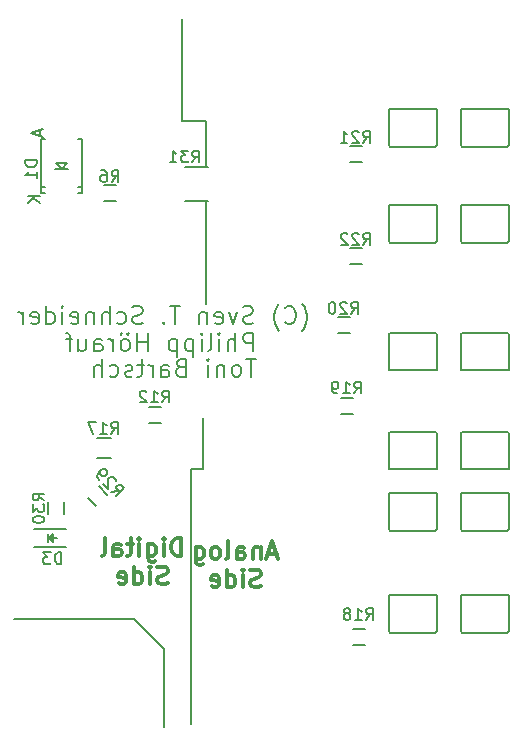
<source format=gbo>
G04 #@! TF.FileFunction,Legend,Bot*
%FSLAX46Y46*%
G04 Gerber Fmt 4.6, Leading zero omitted, Abs format (unit mm)*
G04 Created by KiCad (PCBNEW 0.201511171411+6319~30~ubuntu15.10.1-product) date Fr 04 Dez 2015 11:44:42 CET*
%MOMM*%
G01*
G04 APERTURE LIST*
%ADD10C,0.100000*%
%ADD11C,0.200000*%
%ADD12C,0.300000*%
%ADD13C,0.150000*%
G04 APERTURE END LIST*
D10*
D11*
X207243286Y-79315571D02*
X206386143Y-79315571D01*
X206814714Y-80815571D02*
X206814714Y-79315571D01*
X205671857Y-80815571D02*
X205814715Y-80744143D01*
X205886143Y-80672714D01*
X205957572Y-80529857D01*
X205957572Y-80101286D01*
X205886143Y-79958429D01*
X205814715Y-79887000D01*
X205671857Y-79815571D01*
X205457572Y-79815571D01*
X205314715Y-79887000D01*
X205243286Y-79958429D01*
X205171857Y-80101286D01*
X205171857Y-80529857D01*
X205243286Y-80672714D01*
X205314715Y-80744143D01*
X205457572Y-80815571D01*
X205671857Y-80815571D01*
X204529000Y-79815571D02*
X204529000Y-80815571D01*
X204529000Y-79958429D02*
X204457572Y-79887000D01*
X204314714Y-79815571D01*
X204100429Y-79815571D01*
X203957572Y-79887000D01*
X203886143Y-80029857D01*
X203886143Y-80815571D01*
X203171857Y-80815571D02*
X203171857Y-79815571D01*
X203171857Y-79315571D02*
X203243286Y-79387000D01*
X203171857Y-79458429D01*
X203100429Y-79387000D01*
X203171857Y-79315571D01*
X203171857Y-79458429D01*
X200814714Y-80029857D02*
X200600428Y-80101286D01*
X200529000Y-80172714D01*
X200457571Y-80315571D01*
X200457571Y-80529857D01*
X200529000Y-80672714D01*
X200600428Y-80744143D01*
X200743286Y-80815571D01*
X201314714Y-80815571D01*
X201314714Y-79315571D01*
X200814714Y-79315571D01*
X200671857Y-79387000D01*
X200600428Y-79458429D01*
X200529000Y-79601286D01*
X200529000Y-79744143D01*
X200600428Y-79887000D01*
X200671857Y-79958429D01*
X200814714Y-80029857D01*
X201314714Y-80029857D01*
X199171857Y-80815571D02*
X199171857Y-80029857D01*
X199243286Y-79887000D01*
X199386143Y-79815571D01*
X199671857Y-79815571D01*
X199814714Y-79887000D01*
X199171857Y-80744143D02*
X199314714Y-80815571D01*
X199671857Y-80815571D01*
X199814714Y-80744143D01*
X199886143Y-80601286D01*
X199886143Y-80458429D01*
X199814714Y-80315571D01*
X199671857Y-80244143D01*
X199314714Y-80244143D01*
X199171857Y-80172714D01*
X198457571Y-80815571D02*
X198457571Y-79815571D01*
X198457571Y-80101286D02*
X198386143Y-79958429D01*
X198314714Y-79887000D01*
X198171857Y-79815571D01*
X198029000Y-79815571D01*
X197743286Y-79815571D02*
X197171857Y-79815571D01*
X197529000Y-79315571D02*
X197529000Y-80601286D01*
X197457572Y-80744143D01*
X197314714Y-80815571D01*
X197171857Y-80815571D01*
X196743286Y-80744143D02*
X196600429Y-80815571D01*
X196314714Y-80815571D01*
X196171857Y-80744143D01*
X196100429Y-80601286D01*
X196100429Y-80529857D01*
X196171857Y-80387000D01*
X196314714Y-80315571D01*
X196529000Y-80315571D01*
X196671857Y-80244143D01*
X196743286Y-80101286D01*
X196743286Y-80029857D01*
X196671857Y-79887000D01*
X196529000Y-79815571D01*
X196314714Y-79815571D01*
X196171857Y-79887000D01*
X194814714Y-80744143D02*
X194957571Y-80815571D01*
X195243285Y-80815571D01*
X195386143Y-80744143D01*
X195457571Y-80672714D01*
X195529000Y-80529857D01*
X195529000Y-80101286D01*
X195457571Y-79958429D01*
X195386143Y-79887000D01*
X195243285Y-79815571D01*
X194957571Y-79815571D01*
X194814714Y-79887000D01*
X194171857Y-80815571D02*
X194171857Y-79315571D01*
X193529000Y-80815571D02*
X193529000Y-80029857D01*
X193600429Y-79887000D01*
X193743286Y-79815571D01*
X193957571Y-79815571D01*
X194100429Y-79887000D01*
X194171857Y-79958429D01*
X206957429Y-78656571D02*
X206957429Y-77156571D01*
X206386001Y-77156571D01*
X206243143Y-77228000D01*
X206171715Y-77299429D01*
X206100286Y-77442286D01*
X206100286Y-77656571D01*
X206171715Y-77799429D01*
X206243143Y-77870857D01*
X206386001Y-77942286D01*
X206957429Y-77942286D01*
X205457429Y-78656571D02*
X205457429Y-77156571D01*
X204814572Y-78656571D02*
X204814572Y-77870857D01*
X204886001Y-77728000D01*
X205028858Y-77656571D01*
X205243143Y-77656571D01*
X205386001Y-77728000D01*
X205457429Y-77799429D01*
X204100286Y-78656571D02*
X204100286Y-77656571D01*
X204100286Y-77156571D02*
X204171715Y-77228000D01*
X204100286Y-77299429D01*
X204028858Y-77228000D01*
X204100286Y-77156571D01*
X204100286Y-77299429D01*
X203171714Y-78656571D02*
X203314572Y-78585143D01*
X203386000Y-78442286D01*
X203386000Y-77156571D01*
X202600286Y-78656571D02*
X202600286Y-77656571D01*
X202600286Y-77156571D02*
X202671715Y-77228000D01*
X202600286Y-77299429D01*
X202528858Y-77228000D01*
X202600286Y-77156571D01*
X202600286Y-77299429D01*
X201886000Y-77656571D02*
X201886000Y-79156571D01*
X201886000Y-77728000D02*
X201743143Y-77656571D01*
X201457429Y-77656571D01*
X201314572Y-77728000D01*
X201243143Y-77799429D01*
X201171714Y-77942286D01*
X201171714Y-78370857D01*
X201243143Y-78513714D01*
X201314572Y-78585143D01*
X201457429Y-78656571D01*
X201743143Y-78656571D01*
X201886000Y-78585143D01*
X200528857Y-77656571D02*
X200528857Y-79156571D01*
X200528857Y-77728000D02*
X200386000Y-77656571D01*
X200100286Y-77656571D01*
X199957429Y-77728000D01*
X199886000Y-77799429D01*
X199814571Y-77942286D01*
X199814571Y-78370857D01*
X199886000Y-78513714D01*
X199957429Y-78585143D01*
X200100286Y-78656571D01*
X200386000Y-78656571D01*
X200528857Y-78585143D01*
X198028857Y-78656571D02*
X198028857Y-77156571D01*
X198028857Y-77870857D02*
X197171714Y-77870857D01*
X197171714Y-78656571D02*
X197171714Y-77156571D01*
X196243142Y-78656571D02*
X196386000Y-78585143D01*
X196457428Y-78513714D01*
X196528857Y-78370857D01*
X196528857Y-77942286D01*
X196457428Y-77799429D01*
X196386000Y-77728000D01*
X196243142Y-77656571D01*
X196028857Y-77656571D01*
X195886000Y-77728000D01*
X195814571Y-77799429D01*
X195743142Y-77942286D01*
X195743142Y-78370857D01*
X195814571Y-78513714D01*
X195886000Y-78585143D01*
X196028857Y-78656571D01*
X196243142Y-78656571D01*
X196386000Y-77156571D02*
X196314571Y-77228000D01*
X196386000Y-77299429D01*
X196457428Y-77228000D01*
X196386000Y-77156571D01*
X196386000Y-77299429D01*
X195814571Y-77156571D02*
X195743142Y-77228000D01*
X195814571Y-77299429D01*
X195886000Y-77228000D01*
X195814571Y-77156571D01*
X195814571Y-77299429D01*
X195100285Y-78656571D02*
X195100285Y-77656571D01*
X195100285Y-77942286D02*
X195028857Y-77799429D01*
X194957428Y-77728000D01*
X194814571Y-77656571D01*
X194671714Y-77656571D01*
X193528857Y-78656571D02*
X193528857Y-77870857D01*
X193600286Y-77728000D01*
X193743143Y-77656571D01*
X194028857Y-77656571D01*
X194171714Y-77728000D01*
X193528857Y-78585143D02*
X193671714Y-78656571D01*
X194028857Y-78656571D01*
X194171714Y-78585143D01*
X194243143Y-78442286D01*
X194243143Y-78299429D01*
X194171714Y-78156571D01*
X194028857Y-78085143D01*
X193671714Y-78085143D01*
X193528857Y-78013714D01*
X192171714Y-77656571D02*
X192171714Y-78656571D01*
X192814571Y-77656571D02*
X192814571Y-78442286D01*
X192743143Y-78585143D01*
X192600285Y-78656571D01*
X192386000Y-78656571D01*
X192243143Y-78585143D01*
X192171714Y-78513714D01*
X191671714Y-77656571D02*
X191100285Y-77656571D01*
X191457428Y-78656571D02*
X191457428Y-77370857D01*
X191386000Y-77228000D01*
X191243142Y-77156571D01*
X191100285Y-77156571D01*
X202946000Y-66040000D02*
X202946000Y-74676000D01*
X202946000Y-59182000D02*
X202946000Y-62992000D01*
D12*
X200897714Y-95998571D02*
X200897714Y-94498571D01*
X200540571Y-94498571D01*
X200326286Y-94570000D01*
X200183428Y-94712857D01*
X200112000Y-94855714D01*
X200040571Y-95141429D01*
X200040571Y-95355714D01*
X200112000Y-95641429D01*
X200183428Y-95784286D01*
X200326286Y-95927143D01*
X200540571Y-95998571D01*
X200897714Y-95998571D01*
X199397714Y-95998571D02*
X199397714Y-94998571D01*
X199397714Y-94498571D02*
X199469143Y-94570000D01*
X199397714Y-94641429D01*
X199326286Y-94570000D01*
X199397714Y-94498571D01*
X199397714Y-94641429D01*
X198040571Y-94998571D02*
X198040571Y-96212857D01*
X198112000Y-96355714D01*
X198183428Y-96427143D01*
X198326285Y-96498571D01*
X198540571Y-96498571D01*
X198683428Y-96427143D01*
X198040571Y-95927143D02*
X198183428Y-95998571D01*
X198469142Y-95998571D01*
X198612000Y-95927143D01*
X198683428Y-95855714D01*
X198754857Y-95712857D01*
X198754857Y-95284286D01*
X198683428Y-95141429D01*
X198612000Y-95070000D01*
X198469142Y-94998571D01*
X198183428Y-94998571D01*
X198040571Y-95070000D01*
X197326285Y-95998571D02*
X197326285Y-94998571D01*
X197326285Y-94498571D02*
X197397714Y-94570000D01*
X197326285Y-94641429D01*
X197254857Y-94570000D01*
X197326285Y-94498571D01*
X197326285Y-94641429D01*
X196826285Y-94998571D02*
X196254856Y-94998571D01*
X196611999Y-94498571D02*
X196611999Y-95784286D01*
X196540571Y-95927143D01*
X196397713Y-95998571D01*
X196254856Y-95998571D01*
X195111999Y-95998571D02*
X195111999Y-95212857D01*
X195183428Y-95070000D01*
X195326285Y-94998571D01*
X195611999Y-94998571D01*
X195754856Y-95070000D01*
X195111999Y-95927143D02*
X195254856Y-95998571D01*
X195611999Y-95998571D01*
X195754856Y-95927143D01*
X195826285Y-95784286D01*
X195826285Y-95641429D01*
X195754856Y-95498571D01*
X195611999Y-95427143D01*
X195254856Y-95427143D01*
X195111999Y-95355714D01*
X194183427Y-95998571D02*
X194326285Y-95927143D01*
X194397713Y-95784286D01*
X194397713Y-94498571D01*
X199719143Y-98327143D02*
X199504857Y-98398571D01*
X199147714Y-98398571D01*
X199004857Y-98327143D01*
X198933428Y-98255714D01*
X198862000Y-98112857D01*
X198862000Y-97970000D01*
X198933428Y-97827143D01*
X199004857Y-97755714D01*
X199147714Y-97684286D01*
X199433428Y-97612857D01*
X199576286Y-97541429D01*
X199647714Y-97470000D01*
X199719143Y-97327143D01*
X199719143Y-97184286D01*
X199647714Y-97041429D01*
X199576286Y-96970000D01*
X199433428Y-96898571D01*
X199076286Y-96898571D01*
X198862000Y-96970000D01*
X198219143Y-98398571D02*
X198219143Y-97398571D01*
X198219143Y-96898571D02*
X198290572Y-96970000D01*
X198219143Y-97041429D01*
X198147715Y-96970000D01*
X198219143Y-96898571D01*
X198219143Y-97041429D01*
X196862000Y-98398571D02*
X196862000Y-96898571D01*
X196862000Y-98327143D02*
X197004857Y-98398571D01*
X197290571Y-98398571D01*
X197433429Y-98327143D01*
X197504857Y-98255714D01*
X197576286Y-98112857D01*
X197576286Y-97684286D01*
X197504857Y-97541429D01*
X197433429Y-97470000D01*
X197290571Y-97398571D01*
X197004857Y-97398571D01*
X196862000Y-97470000D01*
X195576286Y-98327143D02*
X195719143Y-98398571D01*
X196004857Y-98398571D01*
X196147714Y-98327143D01*
X196219143Y-98184286D01*
X196219143Y-97612857D01*
X196147714Y-97470000D01*
X196004857Y-97398571D01*
X195719143Y-97398571D01*
X195576286Y-97470000D01*
X195504857Y-97612857D01*
X195504857Y-97755714D01*
X196219143Y-97898571D01*
X208950286Y-95824000D02*
X208236000Y-95824000D01*
X209093143Y-96252571D02*
X208593143Y-94752571D01*
X208093143Y-96252571D01*
X207593143Y-95252571D02*
X207593143Y-96252571D01*
X207593143Y-95395429D02*
X207521715Y-95324000D01*
X207378857Y-95252571D01*
X207164572Y-95252571D01*
X207021715Y-95324000D01*
X206950286Y-95466857D01*
X206950286Y-96252571D01*
X205593143Y-96252571D02*
X205593143Y-95466857D01*
X205664572Y-95324000D01*
X205807429Y-95252571D01*
X206093143Y-95252571D01*
X206236000Y-95324000D01*
X205593143Y-96181143D02*
X205736000Y-96252571D01*
X206093143Y-96252571D01*
X206236000Y-96181143D01*
X206307429Y-96038286D01*
X206307429Y-95895429D01*
X206236000Y-95752571D01*
X206093143Y-95681143D01*
X205736000Y-95681143D01*
X205593143Y-95609714D01*
X204664571Y-96252571D02*
X204807429Y-96181143D01*
X204878857Y-96038286D01*
X204878857Y-94752571D01*
X203878857Y-96252571D02*
X204021715Y-96181143D01*
X204093143Y-96109714D01*
X204164572Y-95966857D01*
X204164572Y-95538286D01*
X204093143Y-95395429D01*
X204021715Y-95324000D01*
X203878857Y-95252571D01*
X203664572Y-95252571D01*
X203521715Y-95324000D01*
X203450286Y-95395429D01*
X203378857Y-95538286D01*
X203378857Y-95966857D01*
X203450286Y-96109714D01*
X203521715Y-96181143D01*
X203664572Y-96252571D01*
X203878857Y-96252571D01*
X202093143Y-95252571D02*
X202093143Y-96466857D01*
X202164572Y-96609714D01*
X202236000Y-96681143D01*
X202378857Y-96752571D01*
X202593143Y-96752571D01*
X202736000Y-96681143D01*
X202093143Y-96181143D02*
X202236000Y-96252571D01*
X202521714Y-96252571D01*
X202664572Y-96181143D01*
X202736000Y-96109714D01*
X202807429Y-95966857D01*
X202807429Y-95538286D01*
X202736000Y-95395429D01*
X202664572Y-95324000D01*
X202521714Y-95252571D01*
X202236000Y-95252571D01*
X202093143Y-95324000D01*
X207593143Y-98581143D02*
X207378857Y-98652571D01*
X207021714Y-98652571D01*
X206878857Y-98581143D01*
X206807428Y-98509714D01*
X206736000Y-98366857D01*
X206736000Y-98224000D01*
X206807428Y-98081143D01*
X206878857Y-98009714D01*
X207021714Y-97938286D01*
X207307428Y-97866857D01*
X207450286Y-97795429D01*
X207521714Y-97724000D01*
X207593143Y-97581143D01*
X207593143Y-97438286D01*
X207521714Y-97295429D01*
X207450286Y-97224000D01*
X207307428Y-97152571D01*
X206950286Y-97152571D01*
X206736000Y-97224000D01*
X206093143Y-98652571D02*
X206093143Y-97652571D01*
X206093143Y-97152571D02*
X206164572Y-97224000D01*
X206093143Y-97295429D01*
X206021715Y-97224000D01*
X206093143Y-97152571D01*
X206093143Y-97295429D01*
X204736000Y-98652571D02*
X204736000Y-97152571D01*
X204736000Y-98581143D02*
X204878857Y-98652571D01*
X205164571Y-98652571D01*
X205307429Y-98581143D01*
X205378857Y-98509714D01*
X205450286Y-98366857D01*
X205450286Y-97938286D01*
X205378857Y-97795429D01*
X205307429Y-97724000D01*
X205164571Y-97652571D01*
X204878857Y-97652571D01*
X204736000Y-97724000D01*
X203450286Y-98581143D02*
X203593143Y-98652571D01*
X203878857Y-98652571D01*
X204021714Y-98581143D01*
X204093143Y-98438286D01*
X204093143Y-97866857D01*
X204021714Y-97724000D01*
X203878857Y-97652571D01*
X203593143Y-97652571D01*
X203450286Y-97724000D01*
X203378857Y-97866857D01*
X203378857Y-98009714D01*
X204093143Y-98152571D01*
D11*
X202692000Y-88646000D02*
X202692000Y-84328000D01*
X201676000Y-88646000D02*
X202692000Y-88646000D01*
X201676000Y-110236000D02*
X201676000Y-88646000D01*
X200914000Y-59182000D02*
X202946000Y-59182000D01*
X200914000Y-50546000D02*
X200914000Y-59182000D01*
X211104285Y-76942000D02*
X211175713Y-76870571D01*
X211318570Y-76656286D01*
X211389999Y-76513429D01*
X211461428Y-76299143D01*
X211532856Y-75942000D01*
X211532856Y-75656286D01*
X211461428Y-75299143D01*
X211389999Y-75084857D01*
X211318570Y-74942000D01*
X211175713Y-74727714D01*
X211104285Y-74656286D01*
X209675713Y-76227714D02*
X209747142Y-76299143D01*
X209961428Y-76370571D01*
X210104285Y-76370571D01*
X210318570Y-76299143D01*
X210461428Y-76156286D01*
X210532856Y-76013429D01*
X210604285Y-75727714D01*
X210604285Y-75513429D01*
X210532856Y-75227714D01*
X210461428Y-75084857D01*
X210318570Y-74942000D01*
X210104285Y-74870571D01*
X209961428Y-74870571D01*
X209747142Y-74942000D01*
X209675713Y-75013429D01*
X209175713Y-76942000D02*
X209104285Y-76870571D01*
X208961428Y-76656286D01*
X208889999Y-76513429D01*
X208818570Y-76299143D01*
X208747142Y-75942000D01*
X208747142Y-75656286D01*
X208818570Y-75299143D01*
X208889999Y-75084857D01*
X208961428Y-74942000D01*
X209104285Y-74727714D01*
X209175713Y-74656286D01*
X206961428Y-76299143D02*
X206747142Y-76370571D01*
X206389999Y-76370571D01*
X206247142Y-76299143D01*
X206175713Y-76227714D01*
X206104285Y-76084857D01*
X206104285Y-75942000D01*
X206175713Y-75799143D01*
X206247142Y-75727714D01*
X206389999Y-75656286D01*
X206675713Y-75584857D01*
X206818571Y-75513429D01*
X206889999Y-75442000D01*
X206961428Y-75299143D01*
X206961428Y-75156286D01*
X206889999Y-75013429D01*
X206818571Y-74942000D01*
X206675713Y-74870571D01*
X206318571Y-74870571D01*
X206104285Y-74942000D01*
X205604285Y-75370571D02*
X205247142Y-76370571D01*
X204890000Y-75370571D01*
X203747143Y-76299143D02*
X203890000Y-76370571D01*
X204175714Y-76370571D01*
X204318571Y-76299143D01*
X204390000Y-76156286D01*
X204390000Y-75584857D01*
X204318571Y-75442000D01*
X204175714Y-75370571D01*
X203890000Y-75370571D01*
X203747143Y-75442000D01*
X203675714Y-75584857D01*
X203675714Y-75727714D01*
X204390000Y-75870571D01*
X203032857Y-75370571D02*
X203032857Y-76370571D01*
X203032857Y-75513429D02*
X202961429Y-75442000D01*
X202818571Y-75370571D01*
X202604286Y-75370571D01*
X202461429Y-75442000D01*
X202390000Y-75584857D01*
X202390000Y-76370571D01*
X200747143Y-74870571D02*
X199890000Y-74870571D01*
X200318571Y-76370571D02*
X200318571Y-74870571D01*
X199390000Y-76227714D02*
X199318572Y-76299143D01*
X199390000Y-76370571D01*
X199461429Y-76299143D01*
X199390000Y-76227714D01*
X199390000Y-76370571D01*
X197604286Y-76299143D02*
X197390000Y-76370571D01*
X197032857Y-76370571D01*
X196890000Y-76299143D01*
X196818571Y-76227714D01*
X196747143Y-76084857D01*
X196747143Y-75942000D01*
X196818571Y-75799143D01*
X196890000Y-75727714D01*
X197032857Y-75656286D01*
X197318571Y-75584857D01*
X197461429Y-75513429D01*
X197532857Y-75442000D01*
X197604286Y-75299143D01*
X197604286Y-75156286D01*
X197532857Y-75013429D01*
X197461429Y-74942000D01*
X197318571Y-74870571D01*
X196961429Y-74870571D01*
X196747143Y-74942000D01*
X195461429Y-76299143D02*
X195604286Y-76370571D01*
X195890000Y-76370571D01*
X196032858Y-76299143D01*
X196104286Y-76227714D01*
X196175715Y-76084857D01*
X196175715Y-75656286D01*
X196104286Y-75513429D01*
X196032858Y-75442000D01*
X195890000Y-75370571D01*
X195604286Y-75370571D01*
X195461429Y-75442000D01*
X194818572Y-76370571D02*
X194818572Y-74870571D01*
X194175715Y-76370571D02*
X194175715Y-75584857D01*
X194247144Y-75442000D01*
X194390001Y-75370571D01*
X194604286Y-75370571D01*
X194747144Y-75442000D01*
X194818572Y-75513429D01*
X193461429Y-75370571D02*
X193461429Y-76370571D01*
X193461429Y-75513429D02*
X193390001Y-75442000D01*
X193247143Y-75370571D01*
X193032858Y-75370571D01*
X192890001Y-75442000D01*
X192818572Y-75584857D01*
X192818572Y-76370571D01*
X191532858Y-76299143D02*
X191675715Y-76370571D01*
X191961429Y-76370571D01*
X192104286Y-76299143D01*
X192175715Y-76156286D01*
X192175715Y-75584857D01*
X192104286Y-75442000D01*
X191961429Y-75370571D01*
X191675715Y-75370571D01*
X191532858Y-75442000D01*
X191461429Y-75584857D01*
X191461429Y-75727714D01*
X192175715Y-75870571D01*
X190818572Y-76370571D02*
X190818572Y-75370571D01*
X190818572Y-74870571D02*
X190890001Y-74942000D01*
X190818572Y-75013429D01*
X190747144Y-74942000D01*
X190818572Y-74870571D01*
X190818572Y-75013429D01*
X189461429Y-76370571D02*
X189461429Y-74870571D01*
X189461429Y-76299143D02*
X189604286Y-76370571D01*
X189890000Y-76370571D01*
X190032858Y-76299143D01*
X190104286Y-76227714D01*
X190175715Y-76084857D01*
X190175715Y-75656286D01*
X190104286Y-75513429D01*
X190032858Y-75442000D01*
X189890000Y-75370571D01*
X189604286Y-75370571D01*
X189461429Y-75442000D01*
X188175715Y-76299143D02*
X188318572Y-76370571D01*
X188604286Y-76370571D01*
X188747143Y-76299143D01*
X188818572Y-76156286D01*
X188818572Y-75584857D01*
X188747143Y-75442000D01*
X188604286Y-75370571D01*
X188318572Y-75370571D01*
X188175715Y-75442000D01*
X188104286Y-75584857D01*
X188104286Y-75727714D01*
X188818572Y-75870571D01*
X187461429Y-76370571D02*
X187461429Y-75370571D01*
X187461429Y-75656286D02*
X187390001Y-75513429D01*
X187318572Y-75442000D01*
X187175715Y-75370571D01*
X187032858Y-75370571D01*
X196850000Y-101346000D02*
X186690000Y-101346000D01*
X199390000Y-103886000D02*
X196850000Y-101346000D01*
X199390000Y-110490000D02*
X199390000Y-103886000D01*
D13*
X188392000Y-93738000D02*
X191092000Y-93738000D01*
X188392000Y-95238000D02*
X191092000Y-95238000D01*
X189892000Y-94338000D02*
X189892000Y-94588000D01*
X189892000Y-94588000D02*
X189742000Y-94438000D01*
X189642000Y-94838000D02*
X189642000Y-94138000D01*
X189992000Y-94488000D02*
X190342000Y-94488000D01*
X189642000Y-94488000D02*
X189992000Y-94838000D01*
X189992000Y-94838000D02*
X189992000Y-94138000D01*
X189992000Y-94138000D02*
X189642000Y-94488000D01*
X190754000Y-63242000D02*
X191204000Y-62692000D01*
X191204000Y-62692000D02*
X190304000Y-62692000D01*
X190304000Y-62692000D02*
X190754000Y-63242000D01*
X191304000Y-63242000D02*
X190204000Y-63242000D01*
X189003940Y-64791140D02*
X189354460Y-64791140D01*
X192504060Y-64791140D02*
X192153540Y-64791140D01*
X189003940Y-60741560D02*
X189354460Y-60741560D01*
X189003940Y-65242440D02*
X189354460Y-65242440D01*
X192504060Y-65242440D02*
X192153540Y-65242440D01*
X192504060Y-60741560D02*
X192153540Y-60741560D01*
X189003940Y-65242440D02*
X189003940Y-60741560D01*
X192504060Y-65242440D02*
X192504060Y-60741560D01*
X193710000Y-87743000D02*
X194910000Y-87743000D01*
X194910000Y-85993000D02*
X193710000Y-85993000D01*
X201184000Y-65991000D02*
X203184000Y-65991000D01*
X203184000Y-63041000D02*
X201184000Y-63041000D01*
X218440000Y-90678000D02*
X218440000Y-93726000D01*
X218440000Y-93726000D02*
X218567000Y-93853000D01*
X218567000Y-93853000D02*
X222377000Y-93853000D01*
X222377000Y-93853000D02*
X222504000Y-93726000D01*
X222504000Y-93726000D02*
X222504000Y-90678000D01*
X222504000Y-90678000D02*
X218440000Y-90678000D01*
X224536000Y-90678000D02*
X224536000Y-93726000D01*
X224536000Y-93726000D02*
X224663000Y-93853000D01*
X224663000Y-93853000D02*
X228473000Y-93853000D01*
X228473000Y-93853000D02*
X228600000Y-93726000D01*
X228600000Y-93726000D02*
X228600000Y-90678000D01*
X228600000Y-90678000D02*
X224536000Y-90678000D01*
X218440000Y-99314000D02*
X218440000Y-102362000D01*
X218440000Y-102362000D02*
X218567000Y-102489000D01*
X218567000Y-102489000D02*
X222377000Y-102489000D01*
X222377000Y-102489000D02*
X222504000Y-102362000D01*
X222504000Y-102362000D02*
X222504000Y-99314000D01*
X222504000Y-99314000D02*
X218440000Y-99314000D01*
X224536000Y-99314000D02*
X224536000Y-102362000D01*
X224536000Y-102362000D02*
X224663000Y-102489000D01*
X224663000Y-102489000D02*
X228473000Y-102489000D01*
X228473000Y-102489000D02*
X228600000Y-102362000D01*
X228600000Y-102362000D02*
X228600000Y-99314000D01*
X228600000Y-99314000D02*
X224536000Y-99314000D01*
X228600000Y-88646000D02*
X228600000Y-85598000D01*
X228600000Y-85598000D02*
X228473000Y-85471000D01*
X228473000Y-85471000D02*
X224663000Y-85471000D01*
X224663000Y-85471000D02*
X224536000Y-85598000D01*
X224536000Y-85598000D02*
X224536000Y-88646000D01*
X224536000Y-88646000D02*
X228600000Y-88646000D01*
X222504000Y-88646000D02*
X222504000Y-85598000D01*
X222504000Y-85598000D02*
X222377000Y-85471000D01*
X222377000Y-85471000D02*
X218567000Y-85471000D01*
X218567000Y-85471000D02*
X218440000Y-85598000D01*
X218440000Y-85598000D02*
X218440000Y-88646000D01*
X218440000Y-88646000D02*
X222504000Y-88646000D01*
X222504000Y-80264000D02*
X222504000Y-77216000D01*
X222504000Y-77216000D02*
X222377000Y-77089000D01*
X222377000Y-77089000D02*
X218567000Y-77089000D01*
X218567000Y-77089000D02*
X218440000Y-77216000D01*
X218440000Y-77216000D02*
X218440000Y-80264000D01*
X218440000Y-80264000D02*
X222504000Y-80264000D01*
X228600000Y-80264000D02*
X228600000Y-77216000D01*
X228600000Y-77216000D02*
X228473000Y-77089000D01*
X228473000Y-77089000D02*
X224663000Y-77089000D01*
X224663000Y-77089000D02*
X224536000Y-77216000D01*
X224536000Y-77216000D02*
X224536000Y-80264000D01*
X224536000Y-80264000D02*
X228600000Y-80264000D01*
X224536000Y-58166000D02*
X224536000Y-61214000D01*
X224536000Y-61214000D02*
X224663000Y-61341000D01*
X224663000Y-61341000D02*
X228473000Y-61341000D01*
X228473000Y-61341000D02*
X228600000Y-61214000D01*
X228600000Y-61214000D02*
X228600000Y-58166000D01*
X228600000Y-58166000D02*
X224536000Y-58166000D01*
X218440000Y-58166000D02*
X218440000Y-61214000D01*
X218440000Y-61214000D02*
X218567000Y-61341000D01*
X218567000Y-61341000D02*
X222377000Y-61341000D01*
X222377000Y-61341000D02*
X222504000Y-61214000D01*
X222504000Y-61214000D02*
X222504000Y-58166000D01*
X222504000Y-58166000D02*
X218440000Y-58166000D01*
X218440000Y-66294000D02*
X218440000Y-69342000D01*
X218440000Y-69342000D02*
X218567000Y-69469000D01*
X218567000Y-69469000D02*
X222377000Y-69469000D01*
X222377000Y-69469000D02*
X222504000Y-69342000D01*
X222504000Y-69342000D02*
X222504000Y-66294000D01*
X222504000Y-66294000D02*
X218440000Y-66294000D01*
X224536000Y-66294000D02*
X224536000Y-69342000D01*
X224536000Y-69342000D02*
X224663000Y-69469000D01*
X224663000Y-69469000D02*
X228473000Y-69469000D01*
X228473000Y-69469000D02*
X228600000Y-69342000D01*
X228600000Y-69342000D02*
X228600000Y-66294000D01*
X228600000Y-66294000D02*
X224536000Y-66294000D01*
X194318000Y-65953000D02*
X195318000Y-65953000D01*
X195318000Y-64603000D02*
X194318000Y-64603000D01*
X198128000Y-84749000D02*
X199128000Y-84749000D01*
X199128000Y-83399000D02*
X198128000Y-83399000D01*
X215400000Y-103545000D02*
X216400000Y-103545000D01*
X216400000Y-102195000D02*
X215400000Y-102195000D01*
X214384000Y-83987000D02*
X215384000Y-83987000D01*
X215384000Y-82637000D02*
X214384000Y-82637000D01*
X214130000Y-77129000D02*
X215130000Y-77129000D01*
X215130000Y-75779000D02*
X214130000Y-75779000D01*
X215146000Y-62651000D02*
X216146000Y-62651000D01*
X216146000Y-61301000D02*
X215146000Y-61301000D01*
X215146000Y-71287000D02*
X216146000Y-71287000D01*
X216146000Y-69937000D02*
X215146000Y-69937000D01*
X192971150Y-91055744D02*
X193678256Y-91762850D01*
X194632850Y-90808256D02*
X193925744Y-90101150D01*
X189571000Y-91448000D02*
X189571000Y-92448000D01*
X190921000Y-92448000D02*
X190921000Y-91448000D01*
X190730095Y-96690381D02*
X190730095Y-95690381D01*
X190492000Y-95690381D01*
X190349142Y-95738000D01*
X190253904Y-95833238D01*
X190206285Y-95928476D01*
X190158666Y-96118952D01*
X190158666Y-96261810D01*
X190206285Y-96452286D01*
X190253904Y-96547524D01*
X190349142Y-96642762D01*
X190492000Y-96690381D01*
X190730095Y-96690381D01*
X189825333Y-95690381D02*
X189206285Y-95690381D01*
X189539619Y-96071333D01*
X189396761Y-96071333D01*
X189301523Y-96118952D01*
X189253904Y-96166571D01*
X189206285Y-96261810D01*
X189206285Y-96499905D01*
X189253904Y-96595143D01*
X189301523Y-96642762D01*
X189396761Y-96690381D01*
X189682476Y-96690381D01*
X189777714Y-96642762D01*
X189825333Y-96595143D01*
X188666381Y-62507905D02*
X187666381Y-62507905D01*
X187666381Y-62746000D01*
X187714000Y-62888858D01*
X187809238Y-62984096D01*
X187904476Y-63031715D01*
X188094952Y-63079334D01*
X188237810Y-63079334D01*
X188428286Y-63031715D01*
X188523524Y-62984096D01*
X188618762Y-62888858D01*
X188666381Y-62746000D01*
X188666381Y-62507905D01*
X188666381Y-64031715D02*
X188666381Y-63460286D01*
X188666381Y-63746000D02*
X187666381Y-63746000D01*
X187809238Y-63650762D01*
X187904476Y-63555524D01*
X187952095Y-63460286D01*
X188920381Y-65524095D02*
X187920381Y-65524095D01*
X188920381Y-66095524D02*
X188348952Y-65666952D01*
X187920381Y-66095524D02*
X188491810Y-65524095D01*
X188888667Y-59959905D02*
X188888667Y-60436096D01*
X189174381Y-59864667D02*
X188174381Y-60198000D01*
X189174381Y-60531334D01*
X194952857Y-85669381D02*
X195286191Y-85193190D01*
X195524286Y-85669381D02*
X195524286Y-84669381D01*
X195143333Y-84669381D01*
X195048095Y-84717000D01*
X195000476Y-84764619D01*
X194952857Y-84859857D01*
X194952857Y-85002714D01*
X195000476Y-85097952D01*
X195048095Y-85145571D01*
X195143333Y-85193190D01*
X195524286Y-85193190D01*
X194000476Y-85669381D02*
X194571905Y-85669381D01*
X194286191Y-85669381D02*
X194286191Y-84669381D01*
X194381429Y-84812238D01*
X194476667Y-84907476D01*
X194571905Y-84955095D01*
X193667143Y-84669381D02*
X193000476Y-84669381D01*
X193429048Y-85669381D01*
X201810857Y-62682381D02*
X202144191Y-62206190D01*
X202382286Y-62682381D02*
X202382286Y-61682381D01*
X202001333Y-61682381D01*
X201906095Y-61730000D01*
X201858476Y-61777619D01*
X201810857Y-61872857D01*
X201810857Y-62015714D01*
X201858476Y-62110952D01*
X201906095Y-62158571D01*
X202001333Y-62206190D01*
X202382286Y-62206190D01*
X201477524Y-61682381D02*
X200858476Y-61682381D01*
X201191810Y-62063333D01*
X201048952Y-62063333D01*
X200953714Y-62110952D01*
X200906095Y-62158571D01*
X200858476Y-62253810D01*
X200858476Y-62491905D01*
X200906095Y-62587143D01*
X200953714Y-62634762D01*
X201048952Y-62682381D01*
X201334667Y-62682381D01*
X201429905Y-62634762D01*
X201477524Y-62587143D01*
X199906095Y-62682381D02*
X200477524Y-62682381D01*
X200191810Y-62682381D02*
X200191810Y-61682381D01*
X200287048Y-61825238D01*
X200382286Y-61920476D01*
X200477524Y-61968095D01*
X194984666Y-64333381D02*
X195318000Y-63857190D01*
X195556095Y-64333381D02*
X195556095Y-63333381D01*
X195175142Y-63333381D01*
X195079904Y-63381000D01*
X195032285Y-63428619D01*
X194984666Y-63523857D01*
X194984666Y-63666714D01*
X195032285Y-63761952D01*
X195079904Y-63809571D01*
X195175142Y-63857190D01*
X195556095Y-63857190D01*
X194127523Y-63333381D02*
X194318000Y-63333381D01*
X194413238Y-63381000D01*
X194460857Y-63428619D01*
X194556095Y-63571476D01*
X194603714Y-63761952D01*
X194603714Y-64142905D01*
X194556095Y-64238143D01*
X194508476Y-64285762D01*
X194413238Y-64333381D01*
X194222761Y-64333381D01*
X194127523Y-64285762D01*
X194079904Y-64238143D01*
X194032285Y-64142905D01*
X194032285Y-63904810D01*
X194079904Y-63809571D01*
X194127523Y-63761952D01*
X194222761Y-63714333D01*
X194413238Y-63714333D01*
X194508476Y-63761952D01*
X194556095Y-63809571D01*
X194603714Y-63904810D01*
X199270857Y-83002381D02*
X199604191Y-82526190D01*
X199842286Y-83002381D02*
X199842286Y-82002381D01*
X199461333Y-82002381D01*
X199366095Y-82050000D01*
X199318476Y-82097619D01*
X199270857Y-82192857D01*
X199270857Y-82335714D01*
X199318476Y-82430952D01*
X199366095Y-82478571D01*
X199461333Y-82526190D01*
X199842286Y-82526190D01*
X198318476Y-83002381D02*
X198889905Y-83002381D01*
X198604191Y-83002381D02*
X198604191Y-82002381D01*
X198699429Y-82145238D01*
X198794667Y-82240476D01*
X198889905Y-82288095D01*
X197937524Y-82097619D02*
X197889905Y-82050000D01*
X197794667Y-82002381D01*
X197556571Y-82002381D01*
X197461333Y-82050000D01*
X197413714Y-82097619D01*
X197366095Y-82192857D01*
X197366095Y-82288095D01*
X197413714Y-82430952D01*
X197985143Y-83002381D01*
X197366095Y-83002381D01*
X216542857Y-101422381D02*
X216876191Y-100946190D01*
X217114286Y-101422381D02*
X217114286Y-100422381D01*
X216733333Y-100422381D01*
X216638095Y-100470000D01*
X216590476Y-100517619D01*
X216542857Y-100612857D01*
X216542857Y-100755714D01*
X216590476Y-100850952D01*
X216638095Y-100898571D01*
X216733333Y-100946190D01*
X217114286Y-100946190D01*
X215590476Y-101422381D02*
X216161905Y-101422381D01*
X215876191Y-101422381D02*
X215876191Y-100422381D01*
X215971429Y-100565238D01*
X216066667Y-100660476D01*
X216161905Y-100708095D01*
X215019048Y-100850952D02*
X215114286Y-100803333D01*
X215161905Y-100755714D01*
X215209524Y-100660476D01*
X215209524Y-100612857D01*
X215161905Y-100517619D01*
X215114286Y-100470000D01*
X215019048Y-100422381D01*
X214828571Y-100422381D01*
X214733333Y-100470000D01*
X214685714Y-100517619D01*
X214638095Y-100612857D01*
X214638095Y-100660476D01*
X214685714Y-100755714D01*
X214733333Y-100803333D01*
X214828571Y-100850952D01*
X215019048Y-100850952D01*
X215114286Y-100898571D01*
X215161905Y-100946190D01*
X215209524Y-101041429D01*
X215209524Y-101231905D01*
X215161905Y-101327143D01*
X215114286Y-101374762D01*
X215019048Y-101422381D01*
X214828571Y-101422381D01*
X214733333Y-101374762D01*
X214685714Y-101327143D01*
X214638095Y-101231905D01*
X214638095Y-101041429D01*
X214685714Y-100946190D01*
X214733333Y-100898571D01*
X214828571Y-100850952D01*
X215526857Y-82240381D02*
X215860191Y-81764190D01*
X216098286Y-82240381D02*
X216098286Y-81240381D01*
X215717333Y-81240381D01*
X215622095Y-81288000D01*
X215574476Y-81335619D01*
X215526857Y-81430857D01*
X215526857Y-81573714D01*
X215574476Y-81668952D01*
X215622095Y-81716571D01*
X215717333Y-81764190D01*
X216098286Y-81764190D01*
X214574476Y-82240381D02*
X215145905Y-82240381D01*
X214860191Y-82240381D02*
X214860191Y-81240381D01*
X214955429Y-81383238D01*
X215050667Y-81478476D01*
X215145905Y-81526095D01*
X214098286Y-82240381D02*
X213907810Y-82240381D01*
X213812571Y-82192762D01*
X213764952Y-82145143D01*
X213669714Y-82002286D01*
X213622095Y-81811810D01*
X213622095Y-81430857D01*
X213669714Y-81335619D01*
X213717333Y-81288000D01*
X213812571Y-81240381D01*
X214003048Y-81240381D01*
X214098286Y-81288000D01*
X214145905Y-81335619D01*
X214193524Y-81430857D01*
X214193524Y-81668952D01*
X214145905Y-81764190D01*
X214098286Y-81811810D01*
X214003048Y-81859429D01*
X213812571Y-81859429D01*
X213717333Y-81811810D01*
X213669714Y-81764190D01*
X213622095Y-81668952D01*
X215272857Y-75509381D02*
X215606191Y-75033190D01*
X215844286Y-75509381D02*
X215844286Y-74509381D01*
X215463333Y-74509381D01*
X215368095Y-74557000D01*
X215320476Y-74604619D01*
X215272857Y-74699857D01*
X215272857Y-74842714D01*
X215320476Y-74937952D01*
X215368095Y-74985571D01*
X215463333Y-75033190D01*
X215844286Y-75033190D01*
X214891905Y-74604619D02*
X214844286Y-74557000D01*
X214749048Y-74509381D01*
X214510952Y-74509381D01*
X214415714Y-74557000D01*
X214368095Y-74604619D01*
X214320476Y-74699857D01*
X214320476Y-74795095D01*
X214368095Y-74937952D01*
X214939524Y-75509381D01*
X214320476Y-75509381D01*
X213701429Y-74509381D02*
X213606190Y-74509381D01*
X213510952Y-74557000D01*
X213463333Y-74604619D01*
X213415714Y-74699857D01*
X213368095Y-74890333D01*
X213368095Y-75128429D01*
X213415714Y-75318905D01*
X213463333Y-75414143D01*
X213510952Y-75461762D01*
X213606190Y-75509381D01*
X213701429Y-75509381D01*
X213796667Y-75461762D01*
X213844286Y-75414143D01*
X213891905Y-75318905D01*
X213939524Y-75128429D01*
X213939524Y-74890333D01*
X213891905Y-74699857D01*
X213844286Y-74604619D01*
X213796667Y-74557000D01*
X213701429Y-74509381D01*
X216288857Y-61031381D02*
X216622191Y-60555190D01*
X216860286Y-61031381D02*
X216860286Y-60031381D01*
X216479333Y-60031381D01*
X216384095Y-60079000D01*
X216336476Y-60126619D01*
X216288857Y-60221857D01*
X216288857Y-60364714D01*
X216336476Y-60459952D01*
X216384095Y-60507571D01*
X216479333Y-60555190D01*
X216860286Y-60555190D01*
X215907905Y-60126619D02*
X215860286Y-60079000D01*
X215765048Y-60031381D01*
X215526952Y-60031381D01*
X215431714Y-60079000D01*
X215384095Y-60126619D01*
X215336476Y-60221857D01*
X215336476Y-60317095D01*
X215384095Y-60459952D01*
X215955524Y-61031381D01*
X215336476Y-61031381D01*
X214384095Y-61031381D02*
X214955524Y-61031381D01*
X214669810Y-61031381D02*
X214669810Y-60031381D01*
X214765048Y-60174238D01*
X214860286Y-60269476D01*
X214955524Y-60317095D01*
X216288857Y-69667381D02*
X216622191Y-69191190D01*
X216860286Y-69667381D02*
X216860286Y-68667381D01*
X216479333Y-68667381D01*
X216384095Y-68715000D01*
X216336476Y-68762619D01*
X216288857Y-68857857D01*
X216288857Y-69000714D01*
X216336476Y-69095952D01*
X216384095Y-69143571D01*
X216479333Y-69191190D01*
X216860286Y-69191190D01*
X215907905Y-68762619D02*
X215860286Y-68715000D01*
X215765048Y-68667381D01*
X215526952Y-68667381D01*
X215431714Y-68715000D01*
X215384095Y-68762619D01*
X215336476Y-68857857D01*
X215336476Y-68953095D01*
X215384095Y-69095952D01*
X215955524Y-69667381D01*
X215336476Y-69667381D01*
X214955524Y-68762619D02*
X214907905Y-68715000D01*
X214812667Y-68667381D01*
X214574571Y-68667381D01*
X214479333Y-68715000D01*
X214431714Y-68762619D01*
X214384095Y-68857857D01*
X214384095Y-68953095D01*
X214431714Y-69095952D01*
X215003143Y-69667381D01*
X214384095Y-69667381D01*
X194952687Y-90563449D02*
X195525107Y-90462434D01*
X195356748Y-90967511D02*
X196063855Y-90260404D01*
X195794481Y-89991029D01*
X195693465Y-89957358D01*
X195626122Y-89957358D01*
X195525107Y-89991029D01*
X195424092Y-90092044D01*
X195390420Y-90193060D01*
X195390420Y-90260403D01*
X195424092Y-90361418D01*
X195693466Y-90630793D01*
X195323076Y-89654312D02*
X195323076Y-89586969D01*
X195289405Y-89485954D01*
X195121045Y-89317594D01*
X195020030Y-89283923D01*
X194952687Y-89283923D01*
X194851672Y-89317594D01*
X194784328Y-89384938D01*
X194716985Y-89519625D01*
X194716985Y-90327747D01*
X194279252Y-89890014D01*
X193942535Y-89553297D02*
X193807848Y-89418610D01*
X193774175Y-89317594D01*
X193774175Y-89250251D01*
X193807847Y-89081892D01*
X193908862Y-88913534D01*
X194178237Y-88644159D01*
X194279252Y-88610487D01*
X194346595Y-88610487D01*
X194447610Y-88644159D01*
X194582298Y-88778847D01*
X194615970Y-88879862D01*
X194615970Y-88947205D01*
X194582298Y-89048221D01*
X194413939Y-89216579D01*
X194312924Y-89250251D01*
X194245580Y-89250252D01*
X194144565Y-89216580D01*
X194009877Y-89081892D01*
X193976206Y-88980877D01*
X193976206Y-88913533D01*
X194009878Y-88812518D01*
X189301381Y-91305143D02*
X188825190Y-90971809D01*
X189301381Y-90733714D02*
X188301381Y-90733714D01*
X188301381Y-91114667D01*
X188349000Y-91209905D01*
X188396619Y-91257524D01*
X188491857Y-91305143D01*
X188634714Y-91305143D01*
X188729952Y-91257524D01*
X188777571Y-91209905D01*
X188825190Y-91114667D01*
X188825190Y-90733714D01*
X188301381Y-91638476D02*
X188301381Y-92257524D01*
X188682333Y-91924190D01*
X188682333Y-92067048D01*
X188729952Y-92162286D01*
X188777571Y-92209905D01*
X188872810Y-92257524D01*
X189110905Y-92257524D01*
X189206143Y-92209905D01*
X189253762Y-92162286D01*
X189301381Y-92067048D01*
X189301381Y-91781333D01*
X189253762Y-91686095D01*
X189206143Y-91638476D01*
X188301381Y-92876571D02*
X188301381Y-92971810D01*
X188349000Y-93067048D01*
X188396619Y-93114667D01*
X188491857Y-93162286D01*
X188682333Y-93209905D01*
X188920429Y-93209905D01*
X189110905Y-93162286D01*
X189206143Y-93114667D01*
X189253762Y-93067048D01*
X189301381Y-92971810D01*
X189301381Y-92876571D01*
X189253762Y-92781333D01*
X189206143Y-92733714D01*
X189110905Y-92686095D01*
X188920429Y-92638476D01*
X188682333Y-92638476D01*
X188491857Y-92686095D01*
X188396619Y-92733714D01*
X188349000Y-92781333D01*
X188301381Y-92876571D01*
M02*

</source>
